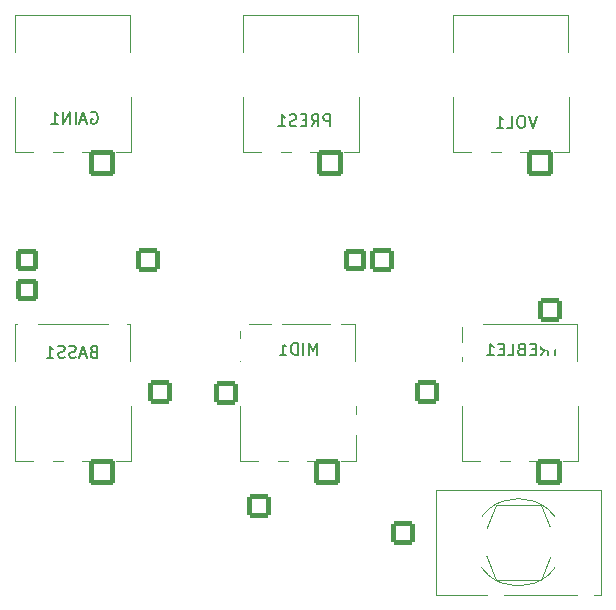
<source format=gbr>
%TF.GenerationSoftware,KiCad,Pcbnew,7.0.11-7.0.11~ubuntu22.04.1*%
%TF.CreationDate,2024-12-17T10:18:29+00:00*%
%TF.ProjectId,slo-tht,736c6f2d-7468-4742-9e6b-696361645f70,rev?*%
%TF.SameCoordinates,Original*%
%TF.FileFunction,Legend,Bot*%
%TF.FilePolarity,Positive*%
%FSLAX46Y46*%
G04 Gerber Fmt 4.6, Leading zero omitted, Abs format (unit mm)*
G04 Created by KiCad (PCBNEW 7.0.11-7.0.11~ubuntu22.04.1) date 2024-12-17 10:18:29*
%MOMM*%
%LPD*%
G01*
G04 APERTURE LIST*
G04 Aperture macros list*
%AMRoundRect*
0 Rectangle with rounded corners*
0 $1 Rounding radius*
0 $2 $3 $4 $5 $6 $7 $8 $9 X,Y pos of 4 corners*
0 Add a 4 corners polygon primitive as box body*
4,1,4,$2,$3,$4,$5,$6,$7,$8,$9,$2,$3,0*
0 Add four circle primitives for the rounded corners*
1,1,$1+$1,$2,$3*
1,1,$1+$1,$4,$5*
1,1,$1+$1,$6,$7*
1,1,$1+$1,$8,$9*
0 Add four rect primitives between the rounded corners*
20,1,$1+$1,$2,$3,$4,$5,0*
20,1,$1+$1,$4,$5,$6,$7,0*
20,1,$1+$1,$6,$7,$8,$9,0*
20,1,$1+$1,$8,$9,$2,$3,0*%
G04 Aperture macros list end*
%ADD10C,0.150000*%
%ADD11C,0.120000*%
%ADD12C,1.800000*%
%ADD13O,1.800000X1.800000*%
%ADD14RoundRect,0.200000X-0.800000X0.800000X-0.800000X-0.800000X0.800000X-0.800000X0.800000X0.800000X0*%
%ADD15C,2.000000*%
%ADD16O,1.900000X1.900000*%
%ADD17RoundRect,0.200000X0.750000X0.750000X-0.750000X0.750000X-0.750000X-0.750000X0.750000X-0.750000X0*%
%ADD18RoundRect,0.200000X0.800000X-0.800000X0.800000X0.800000X-0.800000X0.800000X-0.800000X-0.800000X0*%
%ADD19RoundRect,0.200000X-0.750000X-0.750000X0.750000X-0.750000X0.750000X0.750000X-0.750000X0.750000X0*%
%ADD20RoundRect,0.200000X-0.800000X-0.800000X0.800000X-0.800000X0.800000X0.800000X-0.800000X0.800000X0*%
%ADD21O,2.000000X2.000000*%
%ADD22O,3.900000X2.900000*%
%ADD23RoundRect,0.200000X1.750000X1.250000X-1.750000X1.250000X-1.750000X-1.250000X1.750000X-1.250000X0*%
%ADD24C,3.400000*%
%ADD25RoundRect,0.200000X-0.850000X0.850000X-0.850000X-0.850000X0.850000X-0.850000X0.850000X0.850000X0*%
%ADD26O,2.100000X2.100000*%
%ADD27RoundRect,0.200000X0.850000X-0.850000X0.850000X0.850000X-0.850000X0.850000X-0.850000X-0.850000X0*%
%ADD28C,2.300000*%
%ADD29RoundRect,0.200000X1.000000X0.950000X-1.000000X0.950000X-1.000000X-0.950000X1.000000X-0.950000X0*%
%ADD30RoundRect,0.200000X-0.900000X-0.900000X0.900000X-0.900000X0.900000X0.900000X-0.900000X0.900000X0*%
%ADD31C,2.200000*%
%ADD32O,3.600000X5.400000*%
G04 APERTURE END LIST*
D10*
X144080418Y-80270619D02*
X144080418Y-79270619D01*
X144080418Y-79270619D02*
X143747085Y-79984904D01*
X143747085Y-79984904D02*
X143413752Y-79270619D01*
X143413752Y-79270619D02*
X143413752Y-80270619D01*
X142937561Y-80270619D02*
X142937561Y-79270619D01*
X142461371Y-80270619D02*
X142461371Y-79270619D01*
X142461371Y-79270619D02*
X142223276Y-79270619D01*
X142223276Y-79270619D02*
X142080419Y-79318238D01*
X142080419Y-79318238D02*
X141985181Y-79413476D01*
X141985181Y-79413476D02*
X141937562Y-79508714D01*
X141937562Y-79508714D02*
X141889943Y-79699190D01*
X141889943Y-79699190D02*
X141889943Y-79842047D01*
X141889943Y-79842047D02*
X141937562Y-80032523D01*
X141937562Y-80032523D02*
X141985181Y-80127761D01*
X141985181Y-80127761D02*
X142080419Y-80223000D01*
X142080419Y-80223000D02*
X142223276Y-80270619D01*
X142223276Y-80270619D02*
X142461371Y-80270619D01*
X140937562Y-80270619D02*
X141508990Y-80270619D01*
X141223276Y-80270619D02*
X141223276Y-79270619D01*
X141223276Y-79270619D02*
X141318514Y-79413476D01*
X141318514Y-79413476D02*
X141413752Y-79508714D01*
X141413752Y-79508714D02*
X141508990Y-79556333D01*
X125166914Y-80000809D02*
X125024057Y-80048428D01*
X125024057Y-80048428D02*
X124976438Y-80096047D01*
X124976438Y-80096047D02*
X124928819Y-80191285D01*
X124928819Y-80191285D02*
X124928819Y-80334142D01*
X124928819Y-80334142D02*
X124976438Y-80429380D01*
X124976438Y-80429380D02*
X125024057Y-80477000D01*
X125024057Y-80477000D02*
X125119295Y-80524619D01*
X125119295Y-80524619D02*
X125500247Y-80524619D01*
X125500247Y-80524619D02*
X125500247Y-79524619D01*
X125500247Y-79524619D02*
X125166914Y-79524619D01*
X125166914Y-79524619D02*
X125071676Y-79572238D01*
X125071676Y-79572238D02*
X125024057Y-79619857D01*
X125024057Y-79619857D02*
X124976438Y-79715095D01*
X124976438Y-79715095D02*
X124976438Y-79810333D01*
X124976438Y-79810333D02*
X125024057Y-79905571D01*
X125024057Y-79905571D02*
X125071676Y-79953190D01*
X125071676Y-79953190D02*
X125166914Y-80000809D01*
X125166914Y-80000809D02*
X125500247Y-80000809D01*
X124547866Y-80238904D02*
X124071676Y-80238904D01*
X124643104Y-80524619D02*
X124309771Y-79524619D01*
X124309771Y-79524619D02*
X123976438Y-80524619D01*
X123690723Y-80477000D02*
X123547866Y-80524619D01*
X123547866Y-80524619D02*
X123309771Y-80524619D01*
X123309771Y-80524619D02*
X123214533Y-80477000D01*
X123214533Y-80477000D02*
X123166914Y-80429380D01*
X123166914Y-80429380D02*
X123119295Y-80334142D01*
X123119295Y-80334142D02*
X123119295Y-80238904D01*
X123119295Y-80238904D02*
X123166914Y-80143666D01*
X123166914Y-80143666D02*
X123214533Y-80096047D01*
X123214533Y-80096047D02*
X123309771Y-80048428D01*
X123309771Y-80048428D02*
X123500247Y-80000809D01*
X123500247Y-80000809D02*
X123595485Y-79953190D01*
X123595485Y-79953190D02*
X123643104Y-79905571D01*
X123643104Y-79905571D02*
X123690723Y-79810333D01*
X123690723Y-79810333D02*
X123690723Y-79715095D01*
X123690723Y-79715095D02*
X123643104Y-79619857D01*
X123643104Y-79619857D02*
X123595485Y-79572238D01*
X123595485Y-79572238D02*
X123500247Y-79524619D01*
X123500247Y-79524619D02*
X123262152Y-79524619D01*
X123262152Y-79524619D02*
X123119295Y-79572238D01*
X122738342Y-80477000D02*
X122595485Y-80524619D01*
X122595485Y-80524619D02*
X122357390Y-80524619D01*
X122357390Y-80524619D02*
X122262152Y-80477000D01*
X122262152Y-80477000D02*
X122214533Y-80429380D01*
X122214533Y-80429380D02*
X122166914Y-80334142D01*
X122166914Y-80334142D02*
X122166914Y-80238904D01*
X122166914Y-80238904D02*
X122214533Y-80143666D01*
X122214533Y-80143666D02*
X122262152Y-80096047D01*
X122262152Y-80096047D02*
X122357390Y-80048428D01*
X122357390Y-80048428D02*
X122547866Y-80000809D01*
X122547866Y-80000809D02*
X122643104Y-79953190D01*
X122643104Y-79953190D02*
X122690723Y-79905571D01*
X122690723Y-79905571D02*
X122738342Y-79810333D01*
X122738342Y-79810333D02*
X122738342Y-79715095D01*
X122738342Y-79715095D02*
X122690723Y-79619857D01*
X122690723Y-79619857D02*
X122643104Y-79572238D01*
X122643104Y-79572238D02*
X122547866Y-79524619D01*
X122547866Y-79524619D02*
X122309771Y-79524619D01*
X122309771Y-79524619D02*
X122166914Y-79572238D01*
X121214533Y-80524619D02*
X121785961Y-80524619D01*
X121500247Y-80524619D02*
X121500247Y-79524619D01*
X121500247Y-79524619D02*
X121595485Y-79667476D01*
X121595485Y-79667476D02*
X121690723Y-79762714D01*
X121690723Y-79762714D02*
X121785961Y-79810333D01*
X124989161Y-59760238D02*
X125084399Y-59712619D01*
X125084399Y-59712619D02*
X125227256Y-59712619D01*
X125227256Y-59712619D02*
X125370113Y-59760238D01*
X125370113Y-59760238D02*
X125465351Y-59855476D01*
X125465351Y-59855476D02*
X125512970Y-59950714D01*
X125512970Y-59950714D02*
X125560589Y-60141190D01*
X125560589Y-60141190D02*
X125560589Y-60284047D01*
X125560589Y-60284047D02*
X125512970Y-60474523D01*
X125512970Y-60474523D02*
X125465351Y-60569761D01*
X125465351Y-60569761D02*
X125370113Y-60665000D01*
X125370113Y-60665000D02*
X125227256Y-60712619D01*
X125227256Y-60712619D02*
X125132018Y-60712619D01*
X125132018Y-60712619D02*
X124989161Y-60665000D01*
X124989161Y-60665000D02*
X124941542Y-60617380D01*
X124941542Y-60617380D02*
X124941542Y-60284047D01*
X124941542Y-60284047D02*
X125132018Y-60284047D01*
X124560589Y-60426904D02*
X124084399Y-60426904D01*
X124655827Y-60712619D02*
X124322494Y-59712619D01*
X124322494Y-59712619D02*
X123989161Y-60712619D01*
X123655827Y-60712619D02*
X123655827Y-59712619D01*
X123179637Y-60712619D02*
X123179637Y-59712619D01*
X123179637Y-59712619D02*
X122608209Y-60712619D01*
X122608209Y-60712619D02*
X122608209Y-59712619D01*
X121608209Y-60712619D02*
X122179637Y-60712619D01*
X121893923Y-60712619D02*
X121893923Y-59712619D01*
X121893923Y-59712619D02*
X121989161Y-59855476D01*
X121989161Y-59855476D02*
X122084399Y-59950714D01*
X122084399Y-59950714D02*
X122179637Y-59998333D01*
X162685894Y-60042819D02*
X162352561Y-61042819D01*
X162352561Y-61042819D02*
X162019228Y-60042819D01*
X161495418Y-60042819D02*
X161304942Y-60042819D01*
X161304942Y-60042819D02*
X161209704Y-60090438D01*
X161209704Y-60090438D02*
X161114466Y-60185676D01*
X161114466Y-60185676D02*
X161066847Y-60376152D01*
X161066847Y-60376152D02*
X161066847Y-60709485D01*
X161066847Y-60709485D02*
X161114466Y-60899961D01*
X161114466Y-60899961D02*
X161209704Y-60995200D01*
X161209704Y-60995200D02*
X161304942Y-61042819D01*
X161304942Y-61042819D02*
X161495418Y-61042819D01*
X161495418Y-61042819D02*
X161590656Y-60995200D01*
X161590656Y-60995200D02*
X161685894Y-60899961D01*
X161685894Y-60899961D02*
X161733513Y-60709485D01*
X161733513Y-60709485D02*
X161733513Y-60376152D01*
X161733513Y-60376152D02*
X161685894Y-60185676D01*
X161685894Y-60185676D02*
X161590656Y-60090438D01*
X161590656Y-60090438D02*
X161495418Y-60042819D01*
X160162085Y-61042819D02*
X160638275Y-61042819D01*
X160638275Y-61042819D02*
X160638275Y-60042819D01*
X159304942Y-61042819D02*
X159876370Y-61042819D01*
X159590656Y-61042819D02*
X159590656Y-60042819D01*
X159590656Y-60042819D02*
X159685894Y-60185676D01*
X159685894Y-60185676D02*
X159781132Y-60280914D01*
X159781132Y-60280914D02*
X159876370Y-60328533D01*
X164527228Y-79321419D02*
X163955800Y-79321419D01*
X164241514Y-80321419D02*
X164241514Y-79321419D01*
X163051038Y-80321419D02*
X163384371Y-79845228D01*
X163622466Y-80321419D02*
X163622466Y-79321419D01*
X163622466Y-79321419D02*
X163241514Y-79321419D01*
X163241514Y-79321419D02*
X163146276Y-79369038D01*
X163146276Y-79369038D02*
X163098657Y-79416657D01*
X163098657Y-79416657D02*
X163051038Y-79511895D01*
X163051038Y-79511895D02*
X163051038Y-79654752D01*
X163051038Y-79654752D02*
X163098657Y-79749990D01*
X163098657Y-79749990D02*
X163146276Y-79797609D01*
X163146276Y-79797609D02*
X163241514Y-79845228D01*
X163241514Y-79845228D02*
X163622466Y-79845228D01*
X162622466Y-79797609D02*
X162289133Y-79797609D01*
X162146276Y-80321419D02*
X162622466Y-80321419D01*
X162622466Y-80321419D02*
X162622466Y-79321419D01*
X162622466Y-79321419D02*
X162146276Y-79321419D01*
X161384371Y-79797609D02*
X161241514Y-79845228D01*
X161241514Y-79845228D02*
X161193895Y-79892847D01*
X161193895Y-79892847D02*
X161146276Y-79988085D01*
X161146276Y-79988085D02*
X161146276Y-80130942D01*
X161146276Y-80130942D02*
X161193895Y-80226180D01*
X161193895Y-80226180D02*
X161241514Y-80273800D01*
X161241514Y-80273800D02*
X161336752Y-80321419D01*
X161336752Y-80321419D02*
X161717704Y-80321419D01*
X161717704Y-80321419D02*
X161717704Y-79321419D01*
X161717704Y-79321419D02*
X161384371Y-79321419D01*
X161384371Y-79321419D02*
X161289133Y-79369038D01*
X161289133Y-79369038D02*
X161241514Y-79416657D01*
X161241514Y-79416657D02*
X161193895Y-79511895D01*
X161193895Y-79511895D02*
X161193895Y-79607133D01*
X161193895Y-79607133D02*
X161241514Y-79702371D01*
X161241514Y-79702371D02*
X161289133Y-79749990D01*
X161289133Y-79749990D02*
X161384371Y-79797609D01*
X161384371Y-79797609D02*
X161717704Y-79797609D01*
X160241514Y-80321419D02*
X160717704Y-80321419D01*
X160717704Y-80321419D02*
X160717704Y-79321419D01*
X159908180Y-79797609D02*
X159574847Y-79797609D01*
X159431990Y-80321419D02*
X159908180Y-80321419D01*
X159908180Y-80321419D02*
X159908180Y-79321419D01*
X159908180Y-79321419D02*
X159431990Y-79321419D01*
X158479609Y-80321419D02*
X159051037Y-80321419D01*
X158765323Y-80321419D02*
X158765323Y-79321419D01*
X158765323Y-79321419D02*
X158860561Y-79464276D01*
X158860561Y-79464276D02*
X158955799Y-79559514D01*
X158955799Y-79559514D02*
X159051037Y-79607133D01*
X145207466Y-60915819D02*
X145207466Y-59915819D01*
X145207466Y-59915819D02*
X144826514Y-59915819D01*
X144826514Y-59915819D02*
X144731276Y-59963438D01*
X144731276Y-59963438D02*
X144683657Y-60011057D01*
X144683657Y-60011057D02*
X144636038Y-60106295D01*
X144636038Y-60106295D02*
X144636038Y-60249152D01*
X144636038Y-60249152D02*
X144683657Y-60344390D01*
X144683657Y-60344390D02*
X144731276Y-60392009D01*
X144731276Y-60392009D02*
X144826514Y-60439628D01*
X144826514Y-60439628D02*
X145207466Y-60439628D01*
X143636038Y-60915819D02*
X143969371Y-60439628D01*
X144207466Y-60915819D02*
X144207466Y-59915819D01*
X144207466Y-59915819D02*
X143826514Y-59915819D01*
X143826514Y-59915819D02*
X143731276Y-59963438D01*
X143731276Y-59963438D02*
X143683657Y-60011057D01*
X143683657Y-60011057D02*
X143636038Y-60106295D01*
X143636038Y-60106295D02*
X143636038Y-60249152D01*
X143636038Y-60249152D02*
X143683657Y-60344390D01*
X143683657Y-60344390D02*
X143731276Y-60392009D01*
X143731276Y-60392009D02*
X143826514Y-60439628D01*
X143826514Y-60439628D02*
X144207466Y-60439628D01*
X143207466Y-60392009D02*
X142874133Y-60392009D01*
X142731276Y-60915819D02*
X143207466Y-60915819D01*
X143207466Y-60915819D02*
X143207466Y-59915819D01*
X143207466Y-59915819D02*
X142731276Y-59915819D01*
X142350323Y-60868200D02*
X142207466Y-60915819D01*
X142207466Y-60915819D02*
X141969371Y-60915819D01*
X141969371Y-60915819D02*
X141874133Y-60868200D01*
X141874133Y-60868200D02*
X141826514Y-60820580D01*
X141826514Y-60820580D02*
X141778895Y-60725342D01*
X141778895Y-60725342D02*
X141778895Y-60630104D01*
X141778895Y-60630104D02*
X141826514Y-60534866D01*
X141826514Y-60534866D02*
X141874133Y-60487247D01*
X141874133Y-60487247D02*
X141969371Y-60439628D01*
X141969371Y-60439628D02*
X142159847Y-60392009D01*
X142159847Y-60392009D02*
X142255085Y-60344390D01*
X142255085Y-60344390D02*
X142302704Y-60296771D01*
X142302704Y-60296771D02*
X142350323Y-60201533D01*
X142350323Y-60201533D02*
X142350323Y-60106295D01*
X142350323Y-60106295D02*
X142302704Y-60011057D01*
X142302704Y-60011057D02*
X142255085Y-59963438D01*
X142255085Y-59963438D02*
X142159847Y-59915819D01*
X142159847Y-59915819D02*
X141921752Y-59915819D01*
X141921752Y-59915819D02*
X141778895Y-59963438D01*
X140826514Y-60915819D02*
X141397942Y-60915819D01*
X141112228Y-60915819D02*
X141112228Y-59915819D01*
X141112228Y-59915819D02*
X141207466Y-60058676D01*
X141207466Y-60058676D02*
X141302704Y-60153914D01*
X141302704Y-60153914D02*
X141397942Y-60201533D01*
D11*
%TO.C,MID1*%
X137612000Y-89289000D02*
X139102000Y-89289000D01*
X137612000Y-89289000D02*
X137612000Y-84569000D01*
X140822000Y-89289000D02*
X141652000Y-89289000D01*
X143272000Y-89289000D02*
X143802000Y-89289000D01*
X146172000Y-89289000D02*
X147352000Y-89289000D01*
X147362000Y-89289000D02*
X147362000Y-84569000D01*
X137612000Y-80759000D02*
X137612000Y-77699000D01*
X147352000Y-80759000D02*
X147352000Y-77699000D01*
X137612000Y-77699000D02*
X147352000Y-77699000D01*
%TO.C,DEEP1*%
X164848654Y-96148000D02*
G75*
G03*
X157443346Y-96148000I-3702654J0D01*
G01*
X157443346Y-96148000D02*
G75*
G03*
X164848654Y-96148000I3702654J0D01*
G01*
X154161000Y-91703000D02*
X154161000Y-100593000D01*
X154161000Y-100593000D02*
X168131000Y-100593000D01*
X157971000Y-96148000D02*
X159241000Y-99323000D01*
X159241000Y-92973000D02*
X157971000Y-96148000D01*
X159241000Y-99323000D02*
X163051000Y-99323000D01*
X163051000Y-92973000D02*
X159241000Y-92973000D01*
X163051000Y-99323000D02*
X164321000Y-96148000D01*
X164321000Y-96148000D02*
X163051000Y-92973000D01*
X168131000Y-91703000D02*
X154161000Y-91703000D01*
X168131000Y-100593000D02*
X168131000Y-91703000D01*
%TO.C,BASS1*%
X118562000Y-77699000D02*
X128302000Y-77699000D01*
X128302000Y-80759000D02*
X128302000Y-77699000D01*
X118562000Y-80759000D02*
X118562000Y-77699000D01*
X128312000Y-89289000D02*
X128312000Y-84569000D01*
X127122000Y-89289000D02*
X128302000Y-89289000D01*
X124222000Y-89289000D02*
X124752000Y-89289000D01*
X121772000Y-89289000D02*
X122602000Y-89289000D01*
X118562000Y-89289000D02*
X118562000Y-84569000D01*
X118562000Y-89289000D02*
X120052000Y-89289000D01*
%TO.C,GAIN1*%
X118562000Y-51537000D02*
X128302000Y-51537000D01*
X128302000Y-54597000D02*
X128302000Y-51537000D01*
X118562000Y-54597000D02*
X118562000Y-51537000D01*
X128312000Y-63127000D02*
X128312000Y-58407000D01*
X127122000Y-63127000D02*
X128302000Y-63127000D01*
X124222000Y-63127000D02*
X124752000Y-63127000D01*
X121772000Y-63127000D02*
X122602000Y-63127000D01*
X118562000Y-63127000D02*
X118562000Y-58407000D01*
X118562000Y-63127000D02*
X120052000Y-63127000D01*
%TO.C,VOL1*%
X155646000Y-63127000D02*
X157136000Y-63127000D01*
X155646000Y-63127000D02*
X155646000Y-58407000D01*
X158856000Y-63127000D02*
X159686000Y-63127000D01*
X161306000Y-63127000D02*
X161836000Y-63127000D01*
X164206000Y-63127000D02*
X165386000Y-63127000D01*
X165396000Y-63127000D02*
X165396000Y-58407000D01*
X155646000Y-54597000D02*
X155646000Y-51537000D01*
X165386000Y-54597000D02*
X165386000Y-51537000D01*
X155646000Y-51537000D02*
X165386000Y-51537000D01*
%TO.C,TREBLE1*%
X156408000Y-77699000D02*
X166148000Y-77699000D01*
X166148000Y-80759000D02*
X166148000Y-77699000D01*
X156408000Y-80759000D02*
X156408000Y-77699000D01*
X166158000Y-89289000D02*
X166158000Y-84569000D01*
X164968000Y-89289000D02*
X166148000Y-89289000D01*
X162068000Y-89289000D02*
X162598000Y-89289000D01*
X159618000Y-89289000D02*
X160448000Y-89289000D01*
X156408000Y-89289000D02*
X156408000Y-84569000D01*
X156408000Y-89289000D02*
X157898000Y-89289000D01*
%TO.C,PRES1*%
X137866000Y-63127000D02*
X139356000Y-63127000D01*
X137866000Y-63127000D02*
X137866000Y-58407000D01*
X141076000Y-63127000D02*
X141906000Y-63127000D01*
X143526000Y-63127000D02*
X144056000Y-63127000D01*
X146426000Y-63127000D02*
X147606000Y-63127000D01*
X147616000Y-63127000D02*
X147616000Y-58407000D01*
X137866000Y-54597000D02*
X137866000Y-51537000D01*
X147606000Y-54597000D02*
X147606000Y-51537000D01*
X137866000Y-51537000D02*
X147606000Y-51537000D01*
%TD*%
%LPC*%
D12*
%TO.C,CLR1*%
X130036000Y-147738000D03*
D13*
X130036000Y-155358000D03*
%TD*%
D12*
%TO.C,R1*%
X136894000Y-114182000D03*
D13*
X129274000Y-114182000D03*
%TD*%
D12*
%TO.C,R2*%
X119368000Y-111642000D03*
D13*
X126988000Y-111642000D03*
%TD*%
D12*
%TO.C,R3*%
X136894000Y-109102000D03*
D13*
X129274000Y-109102000D03*
%TD*%
D12*
%TO.C,R4*%
X129274000Y-111642000D03*
D13*
X136894000Y-111642000D03*
%TD*%
D12*
%TO.C,R5*%
X136894000Y-106562000D03*
D13*
X129274000Y-106562000D03*
%TD*%
D12*
%TO.C,R6*%
X129274000Y-104022000D03*
D13*
X136894000Y-104022000D03*
%TD*%
D12*
%TO.C,R7*%
X119622000Y-79892000D03*
D13*
X127242000Y-79892000D03*
%TD*%
D12*
%TO.C,R9*%
X119622000Y-77352000D03*
D13*
X127242000Y-77352000D03*
%TD*%
D12*
%TO.C,R10*%
X119622000Y-69732000D03*
D13*
X127242000Y-69732000D03*
%TD*%
D12*
%TO.C,R11*%
X136894000Y-100720000D03*
D13*
X129274000Y-100720000D03*
%TD*%
D12*
%TO.C,R12*%
X129274000Y-98180000D03*
D13*
X136894000Y-98180000D03*
%TD*%
D12*
%TO.C,R13*%
X129274000Y-95640000D03*
D13*
X136894000Y-95640000D03*
%TD*%
D12*
%TO.C,R14*%
X129274000Y-93100000D03*
D13*
X136894000Y-93100000D03*
%TD*%
D12*
%TO.C,R15*%
X139942000Y-86242000D03*
D13*
X147562000Y-86242000D03*
%TD*%
D12*
%TO.C,R16*%
X167374000Y-86496000D03*
D13*
X159754000Y-86496000D03*
%TD*%
D12*
%TO.C,R17*%
X157214000Y-106054000D03*
D13*
X149594000Y-106054000D03*
%TD*%
D12*
%TO.C,R18*%
X157214000Y-108086000D03*
D13*
X149594000Y-108086000D03*
%TD*%
D12*
%TO.C,R19*%
X157214000Y-69478000D03*
D13*
X149594000Y-69478000D03*
%TD*%
D12*
%TO.C,R20*%
X157214000Y-66684000D03*
D13*
X149594000Y-66684000D03*
%TD*%
D12*
%TO.C,R22*%
X157214000Y-104022000D03*
D13*
X149594000Y-104022000D03*
%TD*%
D12*
%TO.C,R23*%
X159246000Y-101228000D03*
D13*
X166866000Y-101228000D03*
%TD*%
D12*
%TO.C,R24*%
X159246000Y-103260000D03*
D13*
X166866000Y-103260000D03*
%TD*%
D12*
%TO.C,R25*%
X167374000Y-72272000D03*
D13*
X159754000Y-72272000D03*
%TD*%
D12*
%TO.C,R26*%
X159735936Y-69421527D03*
D13*
X167355936Y-69421527D03*
%TD*%
D12*
%TO.C,R8*%
X137402000Y-69478000D03*
D13*
X129782000Y-69478000D03*
%TD*%
D12*
%TO.C,R21*%
X157214000Y-101990000D03*
D13*
X149594000Y-101990000D03*
%TD*%
D14*
%TO.C,C100*%
X164326000Y-113674000D03*
D15*
X164326000Y-116174000D03*
%TD*%
D14*
%TO.C,C102*%
X163818000Y-76453349D03*
D15*
X163818000Y-78953349D03*
%TD*%
D16*
%TO.C,D100*%
X139693000Y-72272000D03*
D17*
X147313000Y-72272000D03*
%TD*%
D15*
%TO.C,C14*%
X125932000Y-85988000D03*
X120932000Y-85988000D03*
%TD*%
%TO.C,C5*%
X125932000Y-82940000D03*
X120932000Y-82940000D03*
%TD*%
D14*
%TO.C,C1*%
X123178000Y-115770888D03*
D15*
X123178000Y-118270888D03*
%TD*%
D14*
%TO.C,C7*%
X130798000Y-83463112D03*
D15*
X130798000Y-85963112D03*
%TD*%
D14*
%TO.C,C10*%
X136386000Y-83488000D03*
D15*
X136386000Y-85988000D03*
%TD*%
D18*
%TO.C,C20*%
X151372000Y-95386000D03*
D15*
X151372000Y-92886000D03*
%TD*%
D14*
%TO.C,C101*%
X153404000Y-83448000D03*
D15*
X153404000Y-85948000D03*
%TD*%
D16*
%TO.C,D2*%
X127197000Y-72272000D03*
D19*
X119577000Y-72272000D03*
%TD*%
D16*
%TO.C,D1*%
X127197000Y-74812000D03*
D19*
X119577000Y-74812000D03*
%TD*%
D15*
%TO.C,C2*%
X126226000Y-108594000D03*
X121226000Y-108594000D03*
%TD*%
%TO.C,C3*%
X126226000Y-104720500D03*
X121226000Y-104720500D03*
%TD*%
%TO.C,C4*%
X121226000Y-100847000D03*
X126226000Y-100847000D03*
%TD*%
%TO.C,C6*%
X125892000Y-66684000D03*
X120892000Y-66684000D03*
%TD*%
%TO.C,C8*%
X136092000Y-66684000D03*
X131092000Y-66684000D03*
%TD*%
%TO.C,C9*%
X121226000Y-97164000D03*
X126226000Y-97164000D03*
%TD*%
%TO.C,C11*%
X121226000Y-93100000D03*
X126226000Y-93100000D03*
%TD*%
%TO.C,C12*%
X161104000Y-83448000D03*
X166104000Y-83448000D03*
%TD*%
%TO.C,C13*%
X140784000Y-81924000D03*
X145784000Y-81924000D03*
%TD*%
%TO.C,C15*%
X140704000Y-78622000D03*
X145704000Y-78622000D03*
%TD*%
%TO.C,C16*%
X145236000Y-66684000D03*
X140236000Y-66684000D03*
%TD*%
%TO.C,C17*%
X145236000Y-69478000D03*
X140236000Y-69478000D03*
%TD*%
%TO.C,C18*%
X145744000Y-75320000D03*
X140744000Y-75320000D03*
%TD*%
%TO.C,C19*%
X165556000Y-106054000D03*
X160556000Y-106054000D03*
%TD*%
%TO.C,C21*%
X159754000Y-66684000D03*
X164754000Y-66684000D03*
%TD*%
%TO.C,C103*%
X165596000Y-109102000D03*
X160596000Y-109102000D03*
%TD*%
%TO.C,C104*%
X151118000Y-113420000D03*
X156118000Y-113420000D03*
%TD*%
D20*
%TO.C,U1*%
X139180000Y-104022000D03*
D21*
X139180000Y-106562000D03*
X139180000Y-109102000D03*
X139180000Y-111642000D03*
X146800000Y-111642000D03*
X146800000Y-109102000D03*
X146800000Y-106562000D03*
X146800000Y-104022000D03*
%TD*%
D20*
%TO.C,U2*%
X129782000Y-72272000D03*
D21*
X129782000Y-74812000D03*
X129782000Y-77352000D03*
X129782000Y-79892000D03*
X137402000Y-79892000D03*
X137402000Y-77352000D03*
X137402000Y-74812000D03*
X137402000Y-72272000D03*
%TD*%
D20*
%TO.C,U3*%
X139180000Y-93100000D03*
D21*
X139180000Y-95640000D03*
X139180000Y-98180000D03*
X139180000Y-100720000D03*
X146800000Y-100720000D03*
X146800000Y-98180000D03*
X146800000Y-95640000D03*
X146800000Y-93100000D03*
%TD*%
%TO.C,U4*%
X157214000Y-72272000D03*
X157214000Y-74812000D03*
X157214000Y-77352000D03*
X157214000Y-79892000D03*
X149594000Y-79892000D03*
X149594000Y-77352000D03*
X149594000Y-74812000D03*
D20*
X149594000Y-72272000D03*
%TD*%
D22*
%TO.C,SW1*%
X137950000Y-158175000D03*
X143250000Y-158175000D03*
X148550000Y-158175000D03*
X137950000Y-153475000D03*
X143250000Y-153500000D03*
X148550000Y-153475000D03*
X137950000Y-148775000D03*
X143250000Y-148775000D03*
D23*
X148550000Y-148775000D03*
%TD*%
D24*
%TO.C,J3*%
X126590400Y-141677200D03*
X126590400Y-125447200D03*
X120240400Y-141677200D03*
X120240400Y-125447200D03*
X132940400Y-141677200D03*
X132940400Y-125447200D03*
%TD*%
D25*
%TO.C,JOVGI1*%
X146700000Y-122300000D03*
D26*
X144160000Y-122300000D03*
X141620000Y-122300000D03*
X139080000Y-122300000D03*
%TD*%
D27*
%TO.C,JOVGI2*%
X139180000Y-116750000D03*
D26*
X141720000Y-116750000D03*
X144260000Y-116750000D03*
X146800000Y-116750000D03*
%TD*%
D28*
%TO.C,D1000*%
X122500000Y-145950000D03*
D29*
X122500000Y-148490000D03*
%TD*%
D26*
%TO.C,J4*%
X141600000Y-127760000D03*
D25*
X144140000Y-127760000D03*
%TD*%
D24*
%TO.C,J2*%
X152379200Y-141575600D03*
X152379200Y-125345600D03*
X165079200Y-141575600D03*
X165079200Y-125345600D03*
X158729200Y-141575600D03*
X158729200Y-125345600D03*
%TD*%
D30*
%TO.C,MID1*%
X144982000Y-90169000D03*
D31*
X142482000Y-90169000D03*
X139982000Y-90169000D03*
%TD*%
D32*
%TO.C,DEEP1*%
X156696000Y-96148000D03*
X161146000Y-96148000D03*
X165596000Y-96148000D03*
%TD*%
D31*
%TO.C,BASS1*%
X120932000Y-90169000D03*
X123432000Y-90169000D03*
D30*
X125932000Y-90169000D03*
%TD*%
D31*
%TO.C,GAIN1*%
X120932000Y-64007000D03*
X123432000Y-64007000D03*
D30*
X125932000Y-64007000D03*
%TD*%
%TO.C,VOL1*%
X163016000Y-64007000D03*
D31*
X160516000Y-64007000D03*
X158016000Y-64007000D03*
%TD*%
%TO.C,TREBLE1*%
X158778000Y-90169000D03*
X161278000Y-90169000D03*
D30*
X163778000Y-90169000D03*
%TD*%
%TO.C,PRES1*%
X145236000Y-64007000D03*
D31*
X142736000Y-64007000D03*
X140236000Y-64007000D03*
%TD*%
%LPD*%
M02*

</source>
